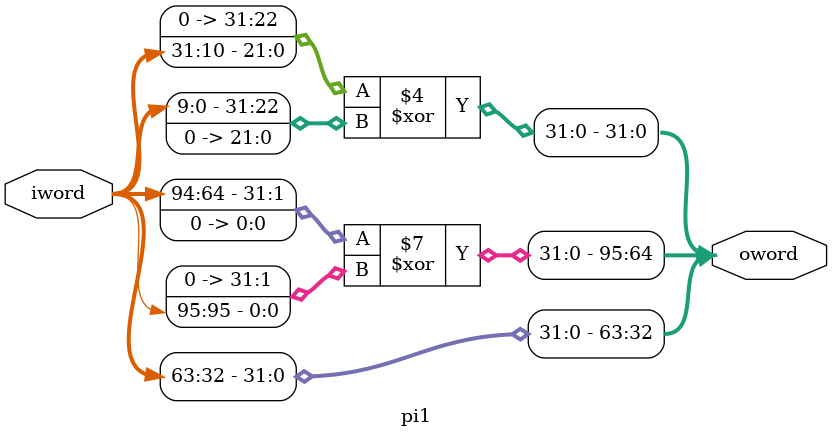
<source format=sv>
module pi1(
  input  logic [95:0] iword,
  output logic [95:0] oword
);

always @(iword) begin
oword[31:0]=(iword[31:0]>>10)^(iword[31:0]<<22);
oword[63:32]=iword[63:32];
oword[95:64]=(iword[95:64]<<1)^(iword[95:64]>>31);
end

endmodule

</source>
